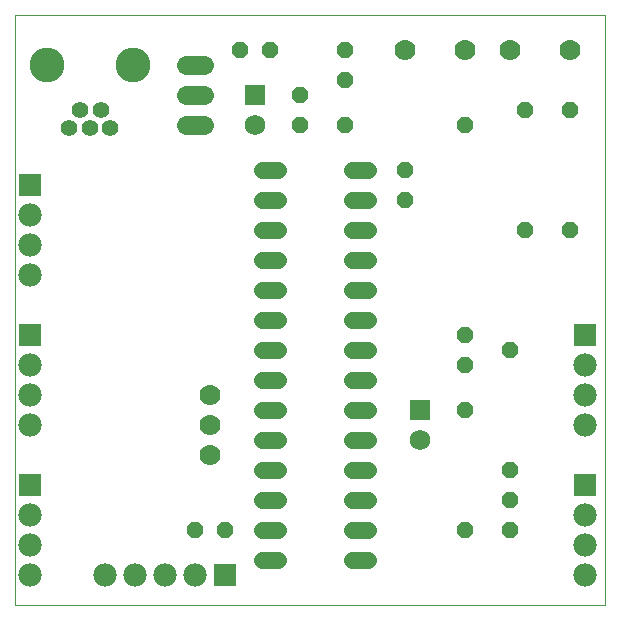
<source format=gts>
G75*
%MOIN*%
%OFA0B0*%
%FSLAX25Y25*%
%IPPOS*%
%LPD*%
%AMOC8*
5,1,8,0,0,1.08239X$1,22.5*
%
%ADD10C,0.00000*%
%ADD11R,0.07800X0.07800*%
%ADD12C,0.07800*%
%ADD13OC8,0.05600*%
%ADD14C,0.05600*%
%ADD15C,0.07000*%
%ADD16C,0.06400*%
%ADD17R,0.06900X0.06900*%
%ADD18C,0.06900*%
%ADD19C,0.05550*%
%ADD20C,0.11620*%
D10*
X0001800Y0001800D02*
X0001800Y0198650D01*
X0198650Y0198650D01*
X0198650Y0001800D01*
X0001800Y0001800D01*
D11*
X0006800Y0041800D03*
X0006800Y0091800D03*
X0006800Y0141800D03*
X0071800Y0011800D03*
X0191800Y0041800D03*
X0191800Y0091800D03*
D12*
X0191800Y0081800D03*
X0191800Y0071800D03*
X0191800Y0061800D03*
X0191800Y0031800D03*
X0191800Y0021800D03*
X0191800Y0011800D03*
X0061800Y0011800D03*
X0051800Y0011800D03*
X0041800Y0011800D03*
X0031800Y0011800D03*
X0006800Y0011800D03*
X0006800Y0021800D03*
X0006800Y0031800D03*
X0006800Y0061800D03*
X0006800Y0071800D03*
X0006800Y0081800D03*
X0006800Y0111800D03*
X0006800Y0121800D03*
X0006800Y0131800D03*
D13*
X0076800Y0186800D03*
X0086800Y0186800D03*
X0096800Y0171800D03*
X0096800Y0161800D03*
X0111800Y0161800D03*
X0111800Y0176800D03*
X0111800Y0186800D03*
X0131800Y0146800D03*
X0131800Y0136800D03*
X0151800Y0161800D03*
X0171800Y0166800D03*
X0186800Y0166800D03*
X0186800Y0126800D03*
X0171800Y0126800D03*
X0151800Y0091800D03*
X0151800Y0081800D03*
X0151800Y0066800D03*
X0166800Y0046800D03*
X0166800Y0036800D03*
X0166800Y0026800D03*
X0151800Y0026800D03*
X0166800Y0086800D03*
X0071800Y0026800D03*
X0061800Y0026800D03*
D14*
X0084200Y0026800D02*
X0089400Y0026800D01*
X0089400Y0016800D02*
X0084200Y0016800D01*
X0084200Y0036800D02*
X0089400Y0036800D01*
X0089400Y0046800D02*
X0084200Y0046800D01*
X0084200Y0056800D02*
X0089400Y0056800D01*
X0089400Y0066800D02*
X0084200Y0066800D01*
X0084200Y0076800D02*
X0089400Y0076800D01*
X0089400Y0086800D02*
X0084200Y0086800D01*
X0084200Y0096800D02*
X0089400Y0096800D01*
X0089400Y0106800D02*
X0084200Y0106800D01*
X0084200Y0116800D02*
X0089400Y0116800D01*
X0089400Y0126800D02*
X0084200Y0126800D01*
X0084200Y0136800D02*
X0089400Y0136800D01*
X0089400Y0146800D02*
X0084200Y0146800D01*
X0114200Y0146800D02*
X0119400Y0146800D01*
X0119400Y0136800D02*
X0114200Y0136800D01*
X0114200Y0126800D02*
X0119400Y0126800D01*
X0119400Y0116800D02*
X0114200Y0116800D01*
X0114200Y0106800D02*
X0119400Y0106800D01*
X0119400Y0096800D02*
X0114200Y0096800D01*
X0114200Y0086800D02*
X0119400Y0086800D01*
X0119400Y0076800D02*
X0114200Y0076800D01*
X0114200Y0066800D02*
X0119400Y0066800D01*
X0119400Y0056800D02*
X0114200Y0056800D01*
X0114200Y0046800D02*
X0119400Y0046800D01*
X0119400Y0036800D02*
X0114200Y0036800D01*
X0114200Y0026800D02*
X0119400Y0026800D01*
X0119400Y0016800D02*
X0114200Y0016800D01*
D15*
X0066800Y0051800D03*
X0066800Y0061800D03*
X0066800Y0071800D03*
X0131800Y0186800D03*
X0151800Y0186800D03*
X0166800Y0186800D03*
X0186800Y0186800D03*
D16*
X0064800Y0181800D02*
X0058800Y0181800D01*
X0058800Y0171800D02*
X0064800Y0171800D01*
X0064800Y0161800D02*
X0058800Y0161800D01*
D17*
X0081800Y0171800D03*
X0136800Y0066800D03*
D18*
X0136800Y0056800D03*
X0081800Y0161800D03*
D19*
X0033500Y0160800D03*
X0026800Y0160800D03*
X0019800Y0160800D03*
X0023500Y0167000D03*
X0030400Y0167000D03*
D20*
X0041170Y0181800D03*
X0012430Y0181800D03*
M02*

</source>
